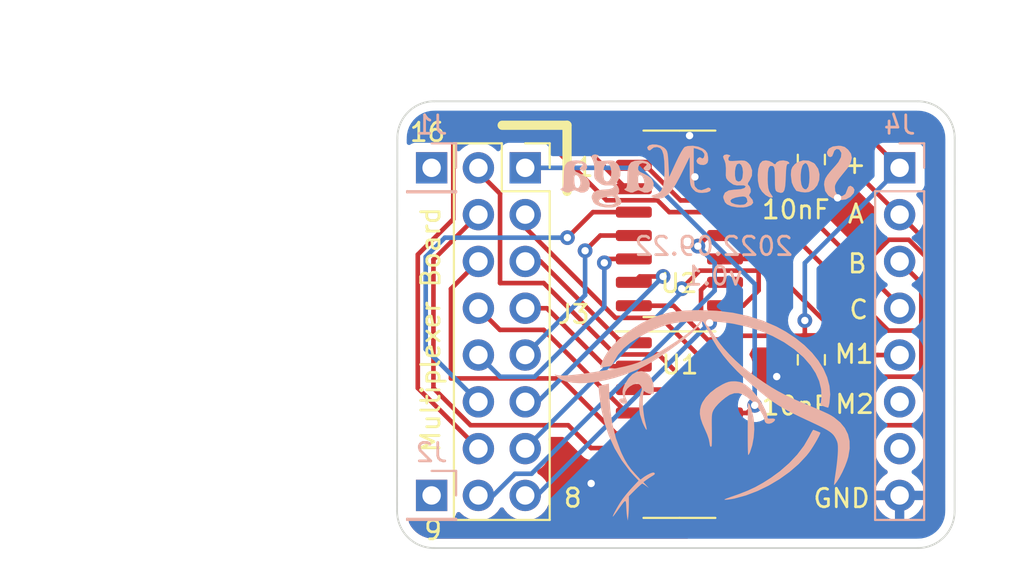
<source format=kicad_pcb>
(kicad_pcb (version 20211014) (generator pcbnew)
  (layers (0 "F.Cu" signal) (31 "B.Cu" signal) (34 "B.Paste" user) (35 "F.Paste" user) (36 "B.SilkS" user "B.Silkscreen") (37 "F.SilkS" user "F.Silkscreen") (38 "B.Mask" user) (39 "F.Mask" user) (44 "Edge.Cuts" user))
  (net 0 "")
  (net 1 "+3V3_A")
  (net 2 "GND")
  (net 3 "DRIFT")
  (net 4 "SHIFT")
  (net 5 "RUMBLE")
  (net 6 "HOWL")
  (net 7 "RES")
  (net 8 "DRIVE")
  (net 9 "ATTACK")
  (net 10 "SUSTAIN")
  (net 11 "DECAY")
  (net 12 "P_D_MOD")
  (net 13 "P_S_MOD")
  (net 14 "P_H_MOD")
  (net 15 "SLITHER")
  (net 16 "S_D_MOD")
  (net 17 "S_S_MOD")
  (net 18 "S_C_MOD")
  (net 19 "CHANNEL_SELECT_A")
  (net 20 "CHANNEL_SELECT_B")
  (net 21 "CHANNEL_SELECT_C")
  (net 22 "MUX_1_SIGNAL")
  (net 23 "MUX_2_SIGNAL")
  (footprint "Package_SO:SOIC-16_3.9x9.9mm_P1.27mm" (layer "F.Cu") (at 102.35 76.7 180)
    (fp_text reference "U2" (at 0.02 -3.23) (layer "F.SilkS"))
    (fp_text value "4051")
    (pad "1" smd roundrect (at -2.475 -4.445 180) (size 1.95 0.6) (layers "F.Cu" "F.Paste" "F.Mask") (net 15 "SLITHER"))
    (pad "2" smd roundrect (at -2.475 -3.175 180) (size 1.95 0.6) (layers "F.Cu" "F.Paste" "F.Mask") (net 17 "S_S_MOD"))
    (pad "3" smd roundrect (at -2.475 -1.905 180) (size 1.95 0.6) (layers "F.Cu" "F.Paste" "F.Mask") (net 22 "MUX_1_SIGNAL"))
    (pad "4" smd roundrect (at -2.475 -0.635 180) (size 1.95 0.6) (layers "F.Cu" "F.Paste" "F.Mask") (net 18 "S_C_MOD"))
    (pad "5" smd roundrect (at -2.475 0.635 180) (size 1.95 0.6) (layers "F.Cu" "F.Paste" "F.Mask") (net 16 "S_D_MOD"))
    (pad "6" smd roundrect (at -2.475 1.905 180) (size 1.95 0.6) (layers "F.Cu" "F.Paste" "F.Mask") (net 2 "GND"))
    (pad "7" smd roundrect (at -2.475 3.175 180) (size 1.95 0.6) (layers "F.Cu" "F.Paste" "F.Mask") (net 2 "GND"))
    (pad "8" smd roundrect (at -2.475 4.445 180) (size 1.95 0.6) (layers "F.Cu" "F.Paste" "F.Mask") (net 2 "GND"))
    (pad "9" smd roundrect (at 2.475 4.445 180) (size 1.95 0.6) (layers "F.Cu" "F.Paste" "F.Mask") (net 21 "CHANNEL_SELECT_C"))
    (pad "10" smd roundrect (at 2.475 3.175 180) (size 1.95 0.6) (layers "F.Cu" "F.Paste" "F.Mask") (net 20 "CHANNEL_SELECT_B"))
    (pad "11" smd roundrect (at 2.475 1.905 180) (size 1.95 0.6) (layers "F.Cu" "F.Paste" "F.Mask") (net 19 "CHANNEL_SELECT_A"))
    (pad "12" smd roundrect (at 2.475 0.635 180) (size 1.95 0.6) (layers "F.Cu" "F.Paste" "F.Mask") (net 14 "P_H_MOD"))
    (pad "13" smd roundrect (at 2.475 -0.635 180) (size 1.95 0.6) (layers "F.Cu" "F.Paste" "F.Mask") (net 11 "DECAY"))
    (pad "14" smd roundrect (at 2.475 -1.905 180) (size 1.95 0.6) (layers "F.Cu" "F.Paste" "F.Mask") (net 12 "P_D_MOD"))
    (pad "15" smd roundrect (at 2.475 -3.175 180) (size 1.95 0.6) (layers "F.Cu" "F.Paste" "F.Mask") (net 13 "P_S_MOD"))
    (pad "16" smd roundrect (at 2.475 -4.445 180) (size 1.95 0.6) (layers "F.Cu" "F.Paste" "F.Mask") (net 1 "+3V3_A"))
  )
  (footprint "Capacitor_SMD:C_0805_2012Metric" (layer "F.Cu") (at 109.51 84.08 -90)
    (fp_text reference "C2")
    (fp_text value "10nF" (at 2.5 0.85 180) (layer "F.SilkS"))
    (pad "1" smd roundrect (at -0.95 0 270) (size 1 1.45) (layers "F.Cu" "F.Paste" "F.Mask") (net 1 "+3V3_A"))
    (pad "2" smd roundrect (at 0.95 0 270) (size 1 1.45) (layers "F.Cu" "F.Paste" "F.Mask") (net 2 "GND"))
  )
  (footprint "Capacitor_SMD:C_0805_2012Metric" (layer "F.Cu") (at 109.51 73.21 -90)
    (fp_text reference "C1")
    (fp_text value "10nF" (at 2.72 0.84 180) (layer "F.SilkS"))
    (pad "1" smd roundrect (at -0.95 0 270) (size 1 1.45) (layers "F.Cu" "F.Paste" "F.Mask") (net 1 "+3V3_A"))
    (pad "2" smd roundrect (at 0.95 0 270) (size 1 1.45) (layers "F.Cu" "F.Paste" "F.Mask") (net 2 "GND"))
  )
  (footprint "Connector_PinSocket_2.54mm:PinSocket_2x08_P2.54mm_Vertical" (layer "F.Cu") (at 93.98 73.66)
    (fp_text reference "J3" (at 2.63 7.95) (layer "F.SilkS"))
    (fp_text value "Conn_02x08_Counter_Clockwise")
    (pad "1" thru_hole rect (at 0 0) (size 1.7 1.7) (drill 1) (layers *.Cu *.Mask) (net 3 "DRIFT"))
    (pad "2" thru_hole oval (at -2.54 0) (size 1.7 1.7) (drill 1) (layers *.Cu *.Mask) (net 4 "SHIFT"))
    (pad "3" thru_hole oval (at 0 2.54) (size 1.7 1.7) (drill 1) (layers *.Cu *.Mask) (net 5 "RUMBLE"))
    (pad "4" thru_hole oval (at -2.54 2.54) (size 1.7 1.7) (drill 1) (layers *.Cu *.Mask) (net 6 "HOWL"))
    (pad "5" thru_hole oval (at 0 5.08) (size 1.7 1.7) (drill 1) (layers *.Cu *.Mask) (net 7 "RES"))
    (pad "6" thru_hole oval (at -2.54 5.08) (size 1.7 1.7) (drill 1) (layers *.Cu *.Mask) (net 8 "DRIVE"))
    (pad "7" thru_hole oval (at 0 7.62) (size 1.7 1.7) (drill 1) (layers *.Cu *.Mask) (net 9 "ATTACK"))
    (pad "8" thru_hole oval (at -2.54 7.62) (size 1.7 1.7) (drill 1) (layers *.Cu *.Mask) (net 10 "SUSTAIN"))
    (pad "9" thru_hole oval (at 0 10.16) (size 1.7 1.7) (drill 1) (layers *.Cu *.Mask) (net 11 "DECAY"))
    (pad "10" thru_hole oval (at -2.54 10.16) (size 1.7 1.7) (drill 1) (layers *.Cu *.Mask) (net 12 "P_D_MOD"))
    (pad "11" thru_hole oval (at 0 12.7) (size 1.7 1.7) (drill 1) (layers *.Cu *.Mask) (net 13 "P_S_MOD"))
    (pad "12" thru_hole oval (at -2.54 12.7) (size 1.7 1.7) (drill 1) (layers *.Cu *.Mask) (net 14 "P_H_MOD"))
    (pad "13" thru_hole oval (at 0 15.24) (size 1.7 1.7) (drill 1) (layers *.Cu *.Mask) (net 15 "SLITHER"))
    (pad "14" thru_hole oval (at -2.54 15.24) (size 1.7 1.7) (drill 1) (layers *.Cu *.Mask) (net 16 "S_D_MOD"))
    (pad "15" thru_hole oval (at 0 17.78) (size 1.7 1.7) (drill 1) (layers *.Cu *.Mask) (net 17 "S_S_MOD"))
    (pad "16" thru_hole oval (at -2.54 17.78) (size 1.7 1.7) (drill 1) (layers *.Cu *.Mask) (net 18 "S_C_MOD"))
  )
  (footprint "Package_SO:SOIC-16_3.9x9.9mm_P1.27mm" (layer "F.Cu") (at 102.35 87.6)
    (fp_text reference "U1" (at 0.03 -3.25) (layer "F.SilkS"))
    (fp_text value "4051")
    (pad "1" smd roundrect (at -2.475 -4.445) (size 1.95 0.6) (layers "F.Cu" "F.Paste" "F.Mask") (net 7 "RES"))
    (pad "2" smd roundrect (at -2.475 -3.175) (size 1.95 0.6) (layers "F.Cu" "F.Paste" "F.Mask") (net 9 "ATTACK"))
    (pad "3" smd roundrect (at -2.475 -1.905) (size 1.95 0.6) (layers "F.Cu" "F.Paste" "F.Mask") (net 22 "MUX_1_SIGNAL"))
    (pad "4" smd roundrect (at -2.475 -0.635) (size 1.95 0.6) (layers "F.Cu" "F.Paste" "F.Mask") (net 10 "SUSTAIN"))
    (pad "5" smd roundrect (at -2.475 0.635) (size 1.95 0.6) (layers "F.Cu" "F.Paste" "F.Mask") (net 8 "DRIVE"))
    (pad "6" smd roundrect (at -2.475 1.905) (size 1.95 0.6) (layers "F.Cu" "F.Paste" "F.Mask") (net 2 "GND"))
    (pad "7" smd roundrect (at -2.475 3.175) (size 1.95 0.6) (layers "F.Cu" "F.Paste" "F.Mask") (net 2 "GND"))
    (pad "8" smd roundrect (at -2.475 4.445) (size 1.95 0.6) (layers "F.Cu" "F.Paste" "F.Mask") (net 2 "GND"))
    (pad "9" smd roundrect (at 2.475 4.445) (size 1.95 0.6) (layers "F.Cu" "F.Paste" "F.Mask") (net 21 "CHANNEL_SELECT_C"))
    (pad "10" smd roundrect (at 2.475 3.175) (size 1.95 0.6) (layers "F.Cu" "F.Paste" "F.Mask") (net 20 "CHANNEL_SELECT_B"))
    (pad "11" smd roundrect (at 2.475 1.905) (size 1.95 0.6) (layers "F.Cu" "F.Paste" "F.Mask") (net 19 "CHANNEL_SELECT_A"))
    (pad "12" smd roundrect (at 2.475 0.635) (size 1.95 0.6) (layers "F.Cu" "F.Paste" "F.Mask") (net 6 "HOWL"))
    (pad "13" smd roundrect (at 2.475 -0.635) (size 1.95 0.6) (layers "F.Cu" "F.Paste" "F.Mask") (net 3 "DRIFT"))
    (pad "14" smd roundrect (at 2.475 -1.905) (size 1.95 0.6) (layers "F.Cu" "F.Paste" "F.Mask") (net 4 "SHIFT"))
    (pad "15" smd roundrect (at 2.475 -3.175) (size 1.95 0.6) (layers "F.Cu" "F.Paste" "F.Mask") (net 5 "RUMBLE"))
    (pad "16" smd roundrect (at 2.475 -4.445) (size 1.95 0.6) (layers "F.Cu" "F.Paste" "F.Mask") (net 1 "+3V3_A"))
  )
  (footprint "Connector_PinHeader_2.54mm:PinHeader_1x08_P2.54mm_Vertical" (layer "B.Cu") (at 114.3 73.66 180)
    (fp_text reference "J4" (at 0 2.33) (layer "B.SilkS") (effects (justify mirror)))
    (fp_text value locked "Conn_01x08_Male")
    (pad "1" thru_hole rect (at 0 0 180) (size 1.7 1.7) (drill 1) (layers *.Cu *.Mask) (net 1 "+3V3_A"))
    (pad "2" thru_hole oval (at 0 -2.54 180) (size 1.7 1.7) (drill 1) (layers *.Cu *.Mask) (net 19 "CHANNEL_SELECT_A"))
    (pad "3" thru_hole oval (at 0 -5.08 180) (size 1.7 1.7) (drill 1) (layers *.Cu *.Mask) (net 20 "CHANNEL_SELECT_B"))
    (pad "4" thru_hole oval (at 0 -7.62 180) (size 1.7 1.7) (drill 1) (layers *.Cu *.Mask) (net 21 "CHANNEL_SELECT_C"))
    (pad "5" thru_hole oval (at 0 -10.16 180) (size 1.7 1.7) (drill 1) (layers *.Cu *.Mask) (net 22 "MUX_1_SIGNAL"))
    (pad "6" thru_hole oval (at 0 -12.7 180) (size 1.7 1.7) (drill 1) (layers *.Cu *.Mask) (net 23 "MUX_2_SIGNAL"))
    (pad "7" thru_hole oval (at 0 -15.24 180) (size 1.7 1.7) (drill 1) (layers *.Cu *.Mask))
    (pad "8" thru_hole oval (at 0 -17.78 180) (size 1.7 1.7) (drill 1) (layers *.Cu *.Mask) (net 2 "GND"))
  )
  (footprint "LOGO" (layer "B.Cu") (at 103.59 87.17 180)
    (fp_text reference "G1" hide)
    (fp_text value "LOGO" hide)
  )
  (footprint "Connector_PinHeader_2.54mm:PinHeader_1x01_P2.54mm_Vertical" (layer "B.Cu") (at 88.9 73.66 180)
    (fp_text reference "J1" (at 0 2.33) (layer "B.SilkS") (effects (justify mirror)))
    (fp_text value "Conn_01x01_Male")
    (pad "1" thru_hole rect (at 0 0 180) (size 1.7 1.7) (drill 1) (layers *.Cu *.Mask))
  )
  (footprint "Connector_PinHeader_2.54mm:PinHeader_1x01_P2.54mm_Vertical" (layer "B.Cu") (at 88.9 91.44 180)
    (fp_text reference "J2" (at 0 2.33) (layer "B.SilkS") (effects (justify mirror)))
    (fp_text value "Conn_01x01_Male")
    (pad "1" thru_hole rect (at 0 0 180) (size 1.7 1.7) (drill 1) (layers *.Cu *.Mask))
  )
  (footprint "LOGO" (layer "B.Cu") (at 103.85 73.76 180)
    (fp_text reference "G2" hide)
    (fp_text value "LOGO" hide)
  )
  (gr_line (start 96.25 71.35) (end 96.25 74.94) (layer "F.SilkS") (width 0.5))
  (gr_line (start 92.73 71.35) (end 96.25 71.35) (layer "F.SilkS") (width 0.5))
  (gr_arc (start 89.025786 94.295786) (mid 87.611572 93.71) (end 87.025786 92.295786) (layer "Edge.Cuts") (width 0.1))
  (gr_line (start 117.29 72.05) (end 117.285786 92.295786) (layer "Edge.Cuts") (width 0.1))
  (gr_arc (start 115.29 70.05) (mid 116.704214 70.635786) (end 117.29 72.05) (layer "Edge.Cuts") (width 0.1))
  (gr_line (start 115.285786 94.295786) (end 89.025786 94.295786) (layer "Edge.Cuts") (width 0.1))
  (gr_line (start 87.025786 92.295786) (end 87.04 72.05) (layer "Edge.Cuts") (width 0.1))
  (gr_arc (start 117.285786 92.295786) (mid 116.7 93.71) (end 115.285786 94.295786) (layer "Edge.Cuts") (width 0.1))
  (gr_arc (start 87.04 72.05) (mid 87.625786 70.635786) (end 89.04 70.05) (layer "Edge.Cuts") (width 0.1))
  (gr_line (start 89.04 70.05) (end 115.29 70.05) (layer "Edge.Cuts") (width 0.1))
  (gr_text "2022.09.22\nv0.1" (at 104.21 78.72) (layer "B.SilkS") (effects (font (size 1 1)) (justify mirror)))
  (gr_text "M1" (at 111.83 83.77) (layer "F.SilkS") (effects (font (size 1 1))))
  (gr_text "C" (at 112.08 81.36) (layer "F.SilkS") (effects (font (size 1 1))))
  (gr_text "A" (at 111.93 76.16) (layer "F.SilkS") (effects (font (size 1 1))))
  (gr_text "9" (at 88.98 93.34) (layer "F.SilkS") (effects (font (size 1 1))))
  (gr_text "GND" (at 111.15 91.6) (layer "F.SilkS") (effects (font (size 1 1))))
  (gr_text "+" (at 111.86 73.47) (layer "F.SilkS") (effects (font (size 1 1))))
  (gr_text "1" (at 97.21 73.63) (layer "F.SilkS") (effects (font (size 1 1))))
  (gr_text "16" (at 88.68 71.73) (layer "F.SilkS") (effects (font (size 1 1))))
  (gr_text "8" (at 96.56 91.58) (layer "F.SilkS") (effects (font (size 1 1))))
  (gr_text "Multiplexer Board" (at 88.85 82.45 90) (layer "F.SilkS") (effects (font (size 1 1))))
  (gr_text "M2" (at 111.86 86.49) (layer "F.SilkS") (effects (font (size 1 1))))
  (gr_text "B" (at 112 78.86) (layer "F.SilkS") (effects (font (size 1 1))))
  (segment (start 104.0439 83.155) (end 104.825 83.155) (width 0.25) (layer "F.Cu") (net 1))
  (segment (start 109.1554 82.7754) (end 109.51 83.13) (width 0.25) (layer "F.Cu") (net 1))
  (segment (start 99.875 81.145) (end 102.0339 81.145) (width 0.25) (layer "F.Cu") (net 1))
  (segment (start 114.3 73.66) (end 112.9 72.26) (width 0.25) (layer "F.Cu") (net 1))
  (segment (start 109.1554 81.9473) (end 109.1554 82.7754) (width 0.25) (layer "F.Cu") (net 1))
  (segment (start 102.0339 81.145) (end 104.0439 83.155) (width 0.25) (layer "F.Cu") (net 1))
  (segment (start 112.9 72.26) (end 109.51 72.26) (width 0.25) (layer "F.Cu") (net 1))
  (segment (start 105.2046 82.7754) (end 109.1554 82.7754) (width 0.25) (layer "F.Cu") (net 1))
  (segment (start 104.825 83.155) (end 105.2046 82.7754) (width 0.25) (layer "F.Cu") (net 1))
  (via (at 109.1554 81.9473) (size 0.8) (drill 0.4) (layers "F.Cu" "B.Cu") (net 1))
  (segment (start 114.3 73.66) (end 114.3 73.68) (width 0.25) (layer "B.Cu") (net 1))
  (segment (start 114.3 73.68) (end 109.1554 78.8246) (width 0.25) (layer "B.Cu") (net 1))
  (segment (start 109.1554 78.8246) (end 109.1554 81.9473) (width 0.25) (layer "B.Cu") (net 1))
  (segment (start 104.825 72.255) (end 104.48 71.91) (width 0.25) (layer "F.Cu") (net 2))
  (segment (start 104.48 71.91) (end 102.9 71.91) (width 0.25) (layer "F.Cu") (net 2))
  (segment (start 103.815 73.525) (end 103.19 74.15) (width 0.25) (layer "F.Cu") (net 2))
  (segment (start 104.825 73.525) (end 103.815 73.525) (width 0.25) (layer "F.Cu") (net 2))
  (via (at 103.19 74.15) (size 0.8) (drill 0.4) (layers "F.Cu" "B.Cu") (net 2))
  (via (at 107.63 84.99) (size 0.8) (drill 0.4) (layers "F.Cu" "B.Cu") (net 2))
  (via (at 97.56 90.79) (size 0.8) (drill 0.4) (layers "F.Cu" "B.Cu") (net 2))
  (via (at 110.93 75.29) (size 0.8) (drill 0.4) (layers "F.Cu" "B.Cu") (net 2))
  (via (at 102.9 71.91) (size 0.8) (drill 0.4) (layers "F.Cu" "B.Cu") (net 2))
  (segment (start 104.825 86.965) (end 106.0199 86.965) (width 0.25) (layer "F.Cu") (net 3))
  (segment (start 106.0199 86.965) (end 106.4348 86.5501) (width 0.25) (layer "F.Cu") (net 3))
  (via (at 106.4348 86.5501) (size 0.8) (drill 0.4) (layers "F.Cu" "B.Cu") (net 3))
  (segment (start 93.98 73.66) (end 100.1322 73.66) (width 0.25) (layer "B.Cu") (net 3))
  (segment (start 106.4348 79.9626) (end 106.4348 86.5501) (width 0.25) (layer "B.Cu") (net 3))
  (segment (start 100.1322 73.66) (end 106.4348 79.9626) (width 0.25) (layer "B.Cu") (net 3))
  (segment (start 94.9859 79.9154) (end 92.6153 79.9154) (width 0.25) (layer "F.Cu") (net 4))
  (segment (start 92.6153 75.0653) (end 91.44 73.89) (width 0.25) (layer "F.Cu") (net 4))
  (segment (start 92.6153 79.9154) (end 92.6153 75.0653) (width 0.25) (layer "F.Cu") (net 4))
  (segment (start 101.2171 83.79) (end 98.8605 83.79) (width 0.25) (layer "F.Cu") (net 4))
  (segment (start 103.1221 85.695) (end 101.2171 83.79) (width 0.25) (layer "F.Cu") (net 4))
  (segment (start 104.825 85.695) (end 103.1221 85.695) (width 0.25) (layer "F.Cu") (net 4))
  (segment (start 91.44 73.89) (end 91.44 73.66) (width 0.25) (layer "F.Cu") (net 4))
  (segment (start 98.8605 83.79) (end 94.9859 79.9154) (width 0.25) (layer "F.Cu") (net 4))
  (segment (start 101.3466 81.8036) (end 103.968 84.425) (width 0.25) (layer "F.Cu") (net 5))
  (segment (start 103.968 84.425) (end 104.825 84.425) (width 0.25) (layer "F.Cu") (net 5))
  (segment (start 98.8832 81.8036) (end 101.3466 81.8036) (width 0.25) (layer "F.Cu") (net 5))
  (segment (start 93.98 76.9004) (end 98.8832 81.8036) (width 0.25) (layer "F.Cu") (net 5))
  (segment (start 93.98 76.2) (end 93.98 76.9004) (width 0.25) (layer "F.Cu") (net 5))
  (segment (start 96.3147 87.63) (end 91.0115 87.63) (width 0.25) (layer "F.Cu") (net 6))
  (segment (start 89 78.64) (end 91.44 76.2) (width 0.25) (layer "F.Cu") (net 6))
  (segment (start 89 85.6185) (end 89 78.64) (width 0.25) (layer "F.Cu") (net 6))
  (segment (start 91.0115 87.63) (end 89 85.6185) (width 0.25) (layer "F.Cu") (net 6))
  (segment (start 97.5547 88.87) (end 96.3147 87.63) (width 0.25) (layer "F.Cu") (net 6))
  (segment (start 104.825 88.235) (end 104.19 88.87) (width 0.25) (layer "F.Cu") (net 6))
  (segment (start 104.19 88.87) (end 97.5547 88.87) (width 0.25) (layer "F.Cu") (net 6))
  (segment (start 99.875 83.155) (end 99.225 83.155) (width 0.25) (layer "F.Cu") (net 7))
  (segment (start 99.225 83.155) (end 94.81 78.74) (width 0.25) (layer "F.Cu") (net 7))
  (segment (start 94.81 78.74) (end 93.98 78.74) (width 0.25) (layer "F.Cu") (net 7))
  (segment (start 89.95 85.09) (end 89.95 80.23) (width 0.25) (layer "F.Cu") (net 8))
  (segment (start 99.0483 88.235) (end 95.9033 85.09) (width 0.25) (layer "F.Cu") (net 8))
  (segment (start 89.95 80.23) (end 91.44 78.74) (width 0.25) (layer "F.Cu") (net 8))
  (segment (start 95.9033 85.09) (end 89.95 85.09) (width 0.25) (layer "F.Cu") (net 8))
  (segment (start 99.875 88.235) (end 99.0483 88.235) (width 0.25) (layer "F.Cu") (net 8))
  (segment (start 93.98 81.28) (end 95.1553 81.28) (width 0.25) (layer "F.Cu") (net 9))
  (segment (start 99.875 84.425) (end 98.3003 84.425) (width 0.25) (layer "F.Cu") (net 9))
  (segment (start 98.3003 84.425) (end 95.1553 81.28) (width 0.25) (layer "F.Cu") (net 9))
  (segment (start 99.875 86.965) (end 99.4955 86.965) (width 0.25) (layer "F.Cu") (net 10))
  (segment (start 91.44 81.29) (end 91.44 81.28) (width 0.25) (layer "F.Cu") (net 10))
  (segment (start 99.4955 86.965) (end 94.9858 82.4553) (width 0.25) (layer "F.Cu") (net 10))
  (segment (start 92.6053 82.4553) (end 91.44 81.29) (width 0.25) (layer "F.Cu") (net 10))
  (segment (start 94.9858 82.4553) (end 92.6053 82.4553) (width 0.25) (layer "F.Cu") (net 10))
  (segment (start 99.875 77.335) (end 98.055 77.335) (width 0.25) (layer "F.Cu") (net 11))
  (segment (start 98.055 77.335) (end 97.23 78.16) (width 0.25) (layer "F.Cu") (net 11))
  (via (at 97.23 78.16) (size 0.8) (drill 0.4) (layers "F.Cu" "B.Cu") (net 11))
  (segment (start 93.98 83.82) (end 97.23 80.57) (width 0.25) (layer "B.Cu") (net 11))
  (segment (start 97.23 80.57) (end 97.23 78.16) (width 0.25) (layer "B.Cu") (net 11))
  (segment (start 99.875 78.605) (end 98.4834 78.605) (width 0.25) (layer "F.Cu") (net 12))
  (segment (start 98.4834 78.605) (end 98.2741 78.8143) (width 0.25) (layer "F.Cu") (net 12))
  (via (at 98.2741 78.8143) (size 0.8) (drill 0.4) (layers "F.Cu" "B.Cu") (net 12))
  (segment (start 91.44 83.82) (end 92.6201 85.0001) (width 0.25) (layer "B.Cu") (net 12))
  (segment (start 94.4901 85.0001) (end 98.2741 81.2161) (width 0.25) (layer "B.Cu") (net 12))
  (segment (start 92.6201 85.0001) (end 94.4901 85.0001) (width 0.25) (layer "B.Cu") (net 12))
  (segment (start 98.2741 81.2161) (end 98.2741 78.8143) (width 0.25) (layer "B.Cu") (net 12))
  (segment (start 100.1927 79.5573) (end 99.875 79.875) (width 0.25) (layer "F.Cu") (net 13))
  (segment (start 101.4634 79.5573) (end 100.1927 79.5573) (width 0.25) (layer "F.Cu") (net 13))
  (via (at 101.4634 79.5573) (size 0.8) (drill 0.4) (layers "F.Cu" "B.Cu") (net 13))
  (segment (start 93.98 86.36) (end 94.6607 86.36) (width 0.25) (layer "B.Cu") (net 13))
  (segment (start 94.6607 86.36) (end 101.4634 79.5573) (width 0.25) (layer "B.Cu") (net 13))
  (segment (start 97.655 76.065) (end 96.27 77.45) (width 0.25) (layer "F.Cu") (net 14))
  (segment (start 99.875 76.065) (end 97.655 76.065) (width 0.25) (layer "F.Cu") (net 14))
  (via (at 96.27 77.45) (size 0.8) (drill 0.4) (layers "F.Cu" "B.Cu") (net 14))
  (segment (start 88.58 83.5) (end 91.44 86.36) (width 0.25) (layer "B.Cu") (net 14))
  (segment (start 89.62 77.45) (end 88.58 78.49) (width 0.25) (layer "B.Cu") (net 14))
  (segment (start 88.58 78.49) (end 88.58 83.5) (width 0.25) (layer "B.Cu") (net 14))
  (segment (start 96.27 77.45) (end 89.62 77.45) (width 0.25) (layer "B.Cu") (net 14))
  (segment (start 103.45 79.24) (end 102.47 80.22) (width 0.25) (layer "F.Cu") (net 15))
  (segment (start 106.65 79.24) (end 103.45 79.24) (width 0.25) (layer "F.Cu") (net 15))
  (segment (start 106.65 80.31) (end 106.65 79.24) (width 0.25) (layer "F.Cu") (net 15))
  (segment (start 104.825 81.145) (end 105.815 81.145) (width 0.25) (layer "F.Cu") (net 15))
  (segment (start 105.815 81.145) (end 106.65 80.31) (width 0.25) (layer "F.Cu") (net 15))
  (via (at 102.47 80.22) (size 0.8) (drill 0.4) (layers "F.Cu" "B.Cu") (net 15))
  (segment (start 93.98 88.9) (end 102.47 80.41) (width 0.25) (layer "B.Cu") (net 15))
  (segment (start 102.47 80.41) (end 102.47 80.22) (width 0.25) (layer "B.Cu") (net 15))
  (segment (start 88.15 78.3702) (end 90.0754 76.4448) (width 0.25) (layer "F.Cu") (net 16))
  (segment (start 94.55 71.58) (end 98.391 75.421) (width 0.25) (layer "F.Cu") (net 16))
  (segment (start 90.0754 71.58) (end 94.55 71.58) (width 0.25) (layer "F.Cu") (net 16))
  (segment (start 98.391 75.421) (end 101.1564 75.421) (width 0.25) (layer "F.Cu") (net 16))
  (segment (start 101.8004 76.065) (end 104.825 76.065) (width 0.25) (layer "F.Cu") (net 16))
  (segment (start 90.0754 76.4448) (end 90.0754 71.58) (width 0.25) (layer "F.Cu") (net 16))
  (segment (start 101.1564 75.421) (end 101.8004 76.065) (width 0.25) (layer "F.Cu") (net 16))
  (segment (start 91.44 88.9) (end 88.15 85.61) (width 0.25) (layer "F.Cu") (net 16))
  (segment (start 88.15 85.61) (end 88.15 78.3702) (width 0.25) (layer "F.Cu") (net 16))
  (segment (start 103.5235 81.6089) (end 103.5235 80.2865) (width 0.25) (layer "F.Cu") (net 17))
  (segment (start 103.9877 82.0731) (end 103.5235 81.6089) (width 0.25) (layer "F.Cu") (net 17))
  (segment (start 103.935 79.875) (end 104.825 79.875) (width 0.25) (layer "F.Cu") (net 17))
  (segment (start 103.5235 80.2865) (end 103.935 79.875) (width 0.25) (layer "F.Cu") (net 17))
  (via (at 103.9877 82.0731) (size 0.8) (drill 0.4) (layers "F.Cu" "B.Cu") (net 17))
  (segment (start 93.98 91.44) (end 94.6208 91.44) (width 0.25) (layer "B.Cu") (net 17))
  (segment (start 94.6208 91.44) (end 103.9877 82.0731) (width 0.25) (layer "B.Cu") (net 17))
  (segment (start 103.9231 77.335) (end 104.825 77.335) (width 0.25) (layer "F.Cu") (net 18))
  (segment (start 103.3485 77.9096) (end 103.9231 77.335) (width 0.25) (layer "F.Cu") (net 18))
  (via (at 103.3485 77.9096) (size 0.8) (drill 0.4) (layers "F.Cu" "B.Cu") (net 18))
  (segment (start 94.3242 90.2647) (end 104.26 80.3289) (width 0.25) (layer "B.Cu") (net 18))
  (segment (start 104.26 80.3289) (end 104.26 78.8211) (width 0.25) (layer "B.Cu") (net 18))
  (segment (start 91.44 91.44) (end 92.2479 91.44) (width 0.25) (layer "B.Cu") (net 18))
  (segment (start 92.2479 91.44) (end 93.4232 90.2647) (width 0.25) (layer "B.Cu") (net 18))
  (segment (start 93.4232 90.2647) (end 94.3242 90.2647) (width 0.25) (layer "B.Cu") (net 18))
  (segment (start 104.26 78.8211) (end 103.3485 77.9096) (width 0.25) (layer "B.Cu") (net 18))
  (segment (start 114.24 76.2) (end 114.3 76.2) (width 0.25) (layer "F.Cu") (net 19))
  (segment (start 103.6 93.4) (end 114.99 93.4) (width 0.25) (layer "F.Cu") (net 19))
  (segment (start 116.4496 78.3496) (end 114.3 76.2) (width 0.25) (layer "F.Cu") (net 19))
  (segment (start 108.0633 73.21) (end 111.25 73.21) (width 0.25) (layer "F.Cu") (net 19))
  (segment (start 102.77 90.61) (end 102.77 92.57) (width 0.25) (layer "F.Cu") (net 19))
  (segment (start 99.4661 74.795) (end 97.67 72.9989) (width 0.25) (layer "F.Cu") (net 19))
  (segment (start 116.4496 91.9404) (end 116.4496 78.3496) (width 0.25) (layer "F.Cu") (net 19))
  (segment (start 111.25 73.21) (end 114.24 76.2) (width 0.25) (layer "F.Cu") (net 19))
  (segment (start 114.99 93.4) (end 116.4496 91.9404) (width 0.25) (layer "F.Cu") (net 19))
  (segment (start 102.77 92.57) (end 103.6 93.4) (width 0.25) (layer "F.Cu") (net 19))
  (segment (start 97.67 70.94) (end 105.7933 70.94) (width 0.25) (layer "F.Cu") (net 19))
  (segment (start 104.825 89.505) (end 103.875 89.505) (width 0.25) (layer "F.Cu") (net 19))
  (segment (start 97.67 72.9989) (end 97.67 70.94) (width 0.25) (layer "F.Cu") (net 19))
  (segment (start 99.875 74.795) (end 99.4661 74.795) (width 0.25) (layer "F.Cu") (net 19))
  (segment (start 105.7933 70.94) (end 108.0633 73.21) (width 0.25) (layer "F.Cu") (net 19))
  (segment (start 103.875 89.505) (end 102.77 90.61) (width 0.25) (layer "F.Cu") (net 19))
  (segment (start 112.6874 84.9954) (end 106.9078 90.775) (width 0.25) (layer "F.Cu") (net 20))
  (segment (start 114.3 78.74) (end 115.4772 79.9172) (width 0.25) (layer "F.Cu") (net 20))
  (segment (start 115.4772 79.9172) (end 115.4772 82.493) (width 0.25) (layer "F.Cu") (net 20))
  (segment (start 113.683 82.493) (end 106.62 75.43) (width 0.25) (layer "F.Cu") (net 20))
  (segment (start 102.4131 75.43) (end 100.5081 73.525) (width 0.25) (layer "F.Cu") (net 20))
  (segment (start 115.4772 82.493) (end 115.4772 84.9954) (width 0.25) (layer "F.Cu") (net 20))
  (segment (start 106.62 75.43) (end 102.4131 75.43) (width 0.25) (layer "F.Cu") (net 20))
  (segment (start 100.5081 73.525) (end 99.875 73.525) (width 0.25) (layer "F.Cu") (net 20))
  (segment (start 115.4772 84.9954) (end 112.6874 84.9954) (width 0.25) (layer "F.Cu") (net 20))
  (segment (start 106.9078 90.775) (end 104.825 90.775) (width 0.25) (layer "F.Cu") (net 20))
  (segment (start 115.4772 82.493) (end 113.683 82.493) (width 0.25) (layer "F.Cu") (net 20))
  (segment (start 112.2041 79.0744) (end 112.2244 79.0744) (width 0.25) (layer "F.Cu") (net 21))
  (segment (start 115.9458 87.63) (end 115.9458 78.7107) (width 0.25) (layer "F.Cu") (net 21))
  (segment (start 115.9458 78.7107) (end 114.7994 77.5643) (width 0.25) (layer "F.Cu") (net 21))
  (segment (start 112.2244 79.0744) (end 114.3 81.15) (width 0.25) (layer "F.Cu") (net 21))
  (segment (start 107.5287 92.045) (end 111.9437 87.63) (width 0.25) (layer "F.Cu") (net 21))
  (segment (start 114.3 81.15) (end 114.3 81.28) (width 0.25) (layer "F.Cu") (net 21))
  (segment (start 114.7994 77.5643) (end 113.7142 77.5643) (width 0.25) (layer "F.Cu") (net 21))
  (segment (start 112.2041 79.0744) (end 106.0287 72.899) (width 0.25) (layer "F.Cu") (net 21))
  (segment (start 104.825 92.045) (end 107.5287 92.045) (width 0.25) (layer "F.Cu") (net 21))
  (segment (start 100.519 72.899) (end 99.875 72.255) (width 0.25) (layer "F.Cu") (net 21))
  (segment (start 106.0287 72.899) (end 100.519 72.899) (width 0.25) (layer "F.Cu") (net 21))
  (segment (start 111.9437 87.63) (end 115.9458 87.63) (width 0.25) (layer "F.Cu") (net 21))
  (segment (start 113.7142 77.5643) (end 112.2041 79.0744) (width 0.25) (layer "F.Cu") (net 21))
  (segment (start 114.3 83.82) (end 113.1247 83.82) (width 0.25) (layer "F.Cu") (net 22))
  (segment (start 112.1977 83.9533) (end 112.331 83.82) (width 0.25) (layer "F.Cu") (net 22))
  (segment (start 112.331 83.82) (end 113.1247 83.82) (width 0.25) (layer "F.Cu") (net 22))
  (segment (start 99.875 85.695) (end 101.8533 85.695) (width 0.25) (layer "F.Cu") (net 22))
  (segment (start 101.8533 85.695) (end 103.7583 87.6) (width 0.25) (layer "F.Cu") (net 22))
  (segment (start 106.8493 78.605) (end 104.825 78.605) (width 0.25) (layer "F.Cu") (net 22))
  (segment (start 112.1977 83.9533) (end 106.8493 78.605) (width 0.25) (layer "F.Cu") (net 22))
  (segment (start 108.551 87.6) (end 112.1977 83.9533) (width 0.25) (layer "F.Cu") (net 22))
  (segment (start 103.7583 87.6) (end 108.551 87.6) (width 0.25) (layer "F.Cu") (net 22))
  (zone (net 2) (net_name "GND") (layers F&B.Cu) (connect_pads (clearance 0.508)) (min_thickness 0.254) (fill yes (thermal_gap 0.508) (thermal_bridge_width 0.508))
    (polygon (pts (xy 117.28 94.3) (xy 87.03 94.3) (xy 87.03 70.01) (xy 117.28 70.01)))
  )
)
</source>
